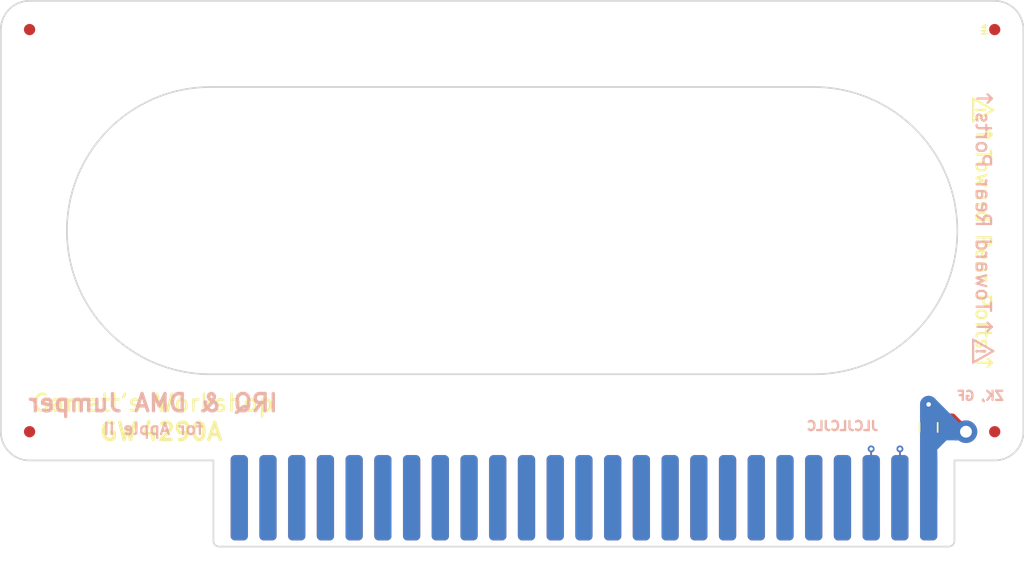
<source format=kicad_pcb>
(kicad_pcb (version 20171130) (host pcbnew "(5.1.2-1)-1")

  (general
    (thickness 1.6)
    (drawings 53)
    (tracks 20)
    (zones 0)
    (modules 10)
    (nets 49)
  )

  (page A4)
  (layers
    (0 F.Cu signal)
    (31 B.Cu signal)
    (32 B.Adhes user)
    (33 F.Adhes user)
    (34 B.Paste user)
    (35 F.Paste user)
    (36 B.SilkS user)
    (37 F.SilkS user)
    (38 B.Mask user)
    (39 F.Mask user)
    (40 Dwgs.User user)
    (41 Cmts.User user)
    (42 Eco1.User user)
    (43 Eco2.User user)
    (44 Edge.Cuts user)
    (45 Margin user)
    (46 B.CrtYd user)
    (47 F.CrtYd user)
    (48 B.Fab user)
    (49 F.Fab user)
  )

  (setup
    (last_trace_width 0.1524)
    (user_trace_width 0.2)
    (user_trace_width 0.254)
    (user_trace_width 0.508)
    (user_trace_width 0.762)
    (user_trace_width 1.27)
    (user_trace_width 1.524)
    (trace_clearance 0.1524)
    (zone_clearance 0.1524)
    (zone_45_only no)
    (trace_min 0.1524)
    (via_size 0.6)
    (via_drill 0.3)
    (via_min_size 0.4)
    (via_min_drill 0.3)
    (user_via 0.8 0.4)
    (user_via 1.524 0.762)
    (uvia_size 0.3)
    (uvia_drill 0.1)
    (uvias_allowed no)
    (uvia_min_size 0.2)
    (uvia_min_drill 0.1)
    (edge_width 0.15)
    (segment_width 0.1524)
    (pcb_text_width 0.3)
    (pcb_text_size 1.5 1.5)
    (mod_edge_width 0.15)
    (mod_text_size 1 1)
    (mod_text_width 0.15)
    (pad_size 2 2)
    (pad_drill 1.1)
    (pad_to_mask_clearance 0.0762)
    (solder_mask_min_width 0.127)
    (pad_to_paste_clearance -0.0381)
    (aux_axis_origin 0 0)
    (visible_elements FFFFFF7F)
    (pcbplotparams
      (layerselection 0x010f8_ffffffff)
      (usegerberextensions true)
      (usegerberattributes false)
      (usegerberadvancedattributes false)
      (creategerberjobfile false)
      (excludeedgelayer true)
      (linewidth 0.100000)
      (plotframeref false)
      (viasonmask false)
      (mode 1)
      (useauxorigin false)
      (hpglpennumber 1)
      (hpglpenspeed 20)
      (hpglpendiameter 15.000000)
      (psnegative false)
      (psa4output false)
      (plotreference true)
      (plotvalue true)
      (plotinvisibletext false)
      (padsonsilk false)
      (subtractmaskfromsilk true)
      (outputformat 1)
      (mirror false)
      (drillshape 0)
      (scaleselection 1)
      (outputdirectory "gerber/"))
  )

  (net 0 "")
  (net 1 +5V)
  (net 2 GND)
  (net 3 /A4)
  (net 4 /D7)
  (net 5 /D6)
  (net 6 /A8)
  (net 7 /A7)
  (net 8 /A6)
  (net 9 /A5)
  (net 10 /A3)
  (net 11 /A2)
  (net 12 /A1)
  (net 13 /A0)
  (net 14 /A9)
  (net 15 /D1)
  (net 16 /D5)
  (net 17 /D0)
  (net 18 /D2)
  (net 19 /D3)
  (net 20 /D4)
  (net 21 /A10)
  (net 22 +12V)
  (net 23 -12V)
  (net 24 -5V)
  (net 25 /~IOSEL~)
  (net 26 /A11)
  (net 27 /A12)
  (net 28 /A13)
  (net 29 /A14)
  (net 30 /A15)
  (net 31 /R~W~)
  (net 32 /~IOSTRB~)
  (net 33 /RDY)
  (net 34 /DMA)
  (net 35 /~NMI~)
  (net 36 /~IRQ~)
  (net 37 /~RES~)
  (net 38 /~INH~)
  (net 39 /COLORREF)
  (net 40 /7M)
  (net 41 /Q3)
  (net 42 /PHI1)
  (net 43 /USER1)
  (net 44 /PHI0)
  (net 45 /~DEVSEL~)
  (net 46 /INTin)
  (net 47 /DMAin)
  (net 48 /SYNC)

  (net_class Default "This is the default net class."
    (clearance 0.1524)
    (trace_width 0.1524)
    (via_dia 0.6)
    (via_drill 0.3)
    (uvia_dia 0.3)
    (uvia_drill 0.1)
    (add_net +12V)
    (add_net +5V)
    (add_net -12V)
    (add_net -5V)
    (add_net /7M)
    (add_net /A0)
    (add_net /A1)
    (add_net /A10)
    (add_net /A11)
    (add_net /A12)
    (add_net /A13)
    (add_net /A14)
    (add_net /A15)
    (add_net /A2)
    (add_net /A3)
    (add_net /A4)
    (add_net /A5)
    (add_net /A6)
    (add_net /A7)
    (add_net /A8)
    (add_net /A9)
    (add_net /COLORREF)
    (add_net /D0)
    (add_net /D1)
    (add_net /D2)
    (add_net /D3)
    (add_net /D4)
    (add_net /D5)
    (add_net /D6)
    (add_net /D7)
    (add_net /DMA)
    (add_net /DMAin)
    (add_net /INTin)
    (add_net /PHI0)
    (add_net /PHI1)
    (add_net /Q3)
    (add_net /RDY)
    (add_net /R~W~)
    (add_net /SYNC)
    (add_net /USER1)
    (add_net /~DEVSEL~)
    (add_net /~INH~)
    (add_net /~IOSEL~)
    (add_net /~IOSTRB~)
    (add_net /~IRQ~)
    (add_net /~NMI~)
    (add_net /~RES~)
    (add_net GND)
  )

  (module stdpads:Fiducial (layer F.Cu) (tedit 5CFD71CD) (tstamp 5D108842)
    (at 117.602 129.54)
    (descr "Circular Fiducial, 1mm bare copper top; 2mm keepout (Level A)")
    (tags marker)
    (path /5D3114E4)
    (attr smd)
    (fp_text reference FID1 (at 2.032 0) (layer F.SilkS) hide
      (effects (font (size 0.508 0.508) (thickness 0.127)))
    )
    (fp_text value Fiducial (at 0 2) (layer F.Fab) hide
      (effects (font (size 0.508 0.508) (thickness 0.127)))
    )
    (fp_circle (center 0 0) (end 1.25 0) (layer F.CrtYd) (width 0.05))
    (fp_text user %R (at 0 0) (layer F.Fab)
      (effects (font (size 0.4 0.4) (thickness 0.06)))
    )
    (fp_circle (center 0 0) (end 1 0) (layer F.Fab) (width 0.1))
    (pad ~ smd circle (at 0 0) (size 1 1) (layers F.Cu F.Mask)
      (solder_mask_margin 0.5) (clearance 0.575))
  )

  (module stdpads:Fiducial (layer F.Cu) (tedit 5CFD71CD) (tstamp 5D12A3EE)
    (at 32.258 93.98 180)
    (descr "Circular Fiducial, 1mm bare copper top; 2mm keepout (Level A)")
    (tags marker)
    (path /5D311D31)
    (attr smd)
    (fp_text reference FID3 (at 2.032 0) (layer F.SilkS) hide
      (effects (font (size 0.508 0.508) (thickness 0.127)))
    )
    (fp_text value Fiducial (at 0 2) (layer F.Fab) hide
      (effects (font (size 0.508 0.508) (thickness 0.127)))
    )
    (fp_circle (center 0 0) (end 1.25 0) (layer F.CrtYd) (width 0.05))
    (fp_text user %R (at 0 0) (layer F.Fab)
      (effects (font (size 0.4 0.4) (thickness 0.06)))
    )
    (fp_circle (center 0 0) (end 1 0) (layer F.Fab) (width 0.1))
    (pad ~ smd circle (at 0 0 180) (size 1 1) (layers F.Cu F.Mask)
      (solder_mask_margin 0.5) (clearance 0.575))
  )

  (module stdpads:Fiducial (layer F.Cu) (tedit 5CFD71CD) (tstamp 5D12A2CE)
    (at 32.258 129.54 180)
    (descr "Circular Fiducial, 1mm bare copper top; 2mm keepout (Level A)")
    (tags marker)
    (path /5D31197E)
    (attr smd)
    (fp_text reference FID2 (at 2.032 0) (layer F.SilkS) hide
      (effects (font (size 0.508 0.508) (thickness 0.127)))
    )
    (fp_text value Fiducial (at 0 2) (layer F.Fab) hide
      (effects (font (size 0.508 0.508) (thickness 0.127)))
    )
    (fp_circle (center 0 0) (end 1.25 0) (layer F.CrtYd) (width 0.05))
    (fp_text user %R (at 0 0) (layer F.Fab)
      (effects (font (size 0.4 0.4) (thickness 0.06)))
    )
    (fp_circle (center 0 0) (end 1 0) (layer F.Fab) (width 0.1))
    (pad ~ smd circle (at 0 0 180) (size 1 1) (layers F.Cu F.Mask)
      (solder_mask_margin 0.5) (clearance 0.575))
  )

  (module stdpads:Fiducial (layer F.Cu) (tedit 5CFD71CD) (tstamp 5D1079C0)
    (at 117.602 93.98 270)
    (descr "Circular Fiducial, 1mm bare copper top; 2mm keepout (Level A)")
    (tags marker)
    (path /5D3119FB)
    (attr smd)
    (fp_text reference FID4 (at 0 -1.6 90) (layer F.SilkS) hide
      (effects (font (size 0.508 0.508) (thickness 0.127)))
    )
    (fp_text value Fiducial (at 0 2 90) (layer F.Fab) hide
      (effects (font (size 0.508 0.508) (thickness 0.127)))
    )
    (fp_circle (center 0 0) (end 1.25 0) (layer F.CrtYd) (width 0.05))
    (fp_text user %R (at 0 0 90) (layer F.Fab)
      (effects (font (size 0.4 0.4) (thickness 0.06)))
    )
    (fp_circle (center 0 0) (end 1 0) (layer F.Fab) (width 0.1))
    (pad ~ smd circle (at 0 0 270) (size 1 1) (layers F.Cu F.Mask)
      (solder_mask_margin 0.5) (clearance 0.575))
  )

  (module stdpads:AppleIIBus_Edge (layer F.Cu) (tedit 5CFDB600) (tstamp 5C29ECF2)
    (at 81.28 135.382)
    (path /5CFC517D)
    (attr virtual)
    (fp_text reference J1 (at 25.4 -5.08) (layer F.SilkS) hide
      (effects (font (size 1 1) (thickness 0.15)))
    )
    (fp_text value AppleIIBus (at 0 5.207) (layer F.Fab)
      (effects (font (size 0.8128 0.8128) (thickness 0.1524)))
    )
    (fp_line (start -32.512 4.318) (end -32.512 -3.81) (layer B.Fab) (width 0.127))
    (fp_line (start 32.512 4.318) (end -32.512 4.318) (layer B.Fab) (width 0.127))
    (fp_line (start 32.512 -3.81) (end 32.512 4.318) (layer F.Fab) (width 0.127))
    (fp_line (start 32.512 4.318) (end -32.512 4.318) (layer F.Fab) (width 0.127))
    (fp_line (start -32.512 4.318) (end -32.512 -3.81) (layer F.Fab) (width 0.127))
    (fp_line (start 32.512 -3.81) (end 32.512 4.318) (layer B.Fab) (width 0.127))
    (fp_text user J1 (at 25.4 -5.08) (layer B.SilkS) hide
      (effects (font (size 1 1) (thickness 0.15)) (justify mirror))
    )
    (pad 26 smd roundrect (at 30.48 0 180) (size 1.524 7.54) (layers B.Cu B.Mask) (roundrect_rratio 0.25)
      (net 2 GND))
    (pad 27 smd roundrect (at 27.94 0 180) (size 1.524 7.54) (layers B.Cu B.Mask) (roundrect_rratio 0.25)
      (net 47 /DMAin))
    (pad 28 smd roundrect (at 25.4 0 180) (size 1.524 7.54) (layers B.Cu B.Mask) (roundrect_rratio 0.25)
      (net 46 /INTin))
    (pad 50 smd roundrect (at -30.48 0 180) (size 1.524 7.54) (layers B.Cu B.Mask) (roundrect_rratio 0.25)
      (net 22 +12V))
    (pad 49 smd roundrect (at -27.94 0 180) (size 1.524 7.54) (layers B.Cu B.Mask) (roundrect_rratio 0.25)
      (net 17 /D0))
    (pad 48 smd roundrect (at -25.4 0 180) (size 1.524 7.54) (layers B.Cu B.Mask) (roundrect_rratio 0.25)
      (net 15 /D1))
    (pad 47 smd roundrect (at -22.86 0 180) (size 1.524 7.54) (layers B.Cu B.Mask) (roundrect_rratio 0.25)
      (net 18 /D2))
    (pad 46 smd roundrect (at -20.32 0 180) (size 1.524 7.54) (layers B.Cu B.Mask) (roundrect_rratio 0.25)
      (net 19 /D3))
    (pad 45 smd roundrect (at -17.78 0 180) (size 1.524 7.54) (layers B.Cu B.Mask) (roundrect_rratio 0.25)
      (net 20 /D4))
    (pad 44 smd roundrect (at -15.24 0 180) (size 1.524 7.54) (layers B.Cu B.Mask) (roundrect_rratio 0.25)
      (net 16 /D5))
    (pad 43 smd roundrect (at -12.7 0 180) (size 1.524 7.54) (layers B.Cu B.Mask) (roundrect_rratio 0.25)
      (net 5 /D6))
    (pad 42 smd roundrect (at -10.16 0 180) (size 1.524 7.54) (layers B.Cu B.Mask) (roundrect_rratio 0.25)
      (net 4 /D7))
    (pad 41 smd roundrect (at -7.62 0 180) (size 1.524 7.54) (layers B.Cu B.Mask) (roundrect_rratio 0.25)
      (net 45 /~DEVSEL~))
    (pad 40 smd roundrect (at -5.08 0 180) (size 1.524 7.54) (layers B.Cu B.Mask) (roundrect_rratio 0.25)
      (net 44 /PHI0))
    (pad 39 smd roundrect (at -2.54 0 180) (size 1.524 7.54) (layers B.Cu B.Mask) (roundrect_rratio 0.25)
      (net 43 /USER1))
    (pad 38 smd roundrect (at 0 0 180) (size 1.524 7.54) (layers B.Cu B.Mask) (roundrect_rratio 0.25)
      (net 42 /PHI1))
    (pad 37 smd roundrect (at 2.54 0 180) (size 1.524 7.54) (layers B.Cu B.Mask) (roundrect_rratio 0.25)
      (net 41 /Q3))
    (pad 36 smd roundrect (at 5.08 0 180) (size 1.524 7.54) (layers B.Cu B.Mask) (roundrect_rratio 0.25)
      (net 40 /7M))
    (pad 35 smd roundrect (at 7.62 0 180) (size 1.524 7.54) (layers B.Cu B.Mask) (roundrect_rratio 0.25)
      (net 39 /COLORREF))
    (pad 34 smd roundrect (at 10.16 0 180) (size 1.524 7.54) (layers B.Cu B.Mask) (roundrect_rratio 0.25)
      (net 24 -5V))
    (pad 33 smd roundrect (at 12.7 0 180) (size 1.524 7.54) (layers B.Cu B.Mask) (roundrect_rratio 0.25)
      (net 23 -12V))
    (pad 32 smd roundrect (at 15.24 0 180) (size 1.524 7.54) (layers B.Cu B.Mask) (roundrect_rratio 0.25)
      (net 38 /~INH~))
    (pad 31 smd roundrect (at 17.78 0 180) (size 1.524 7.54) (layers B.Cu B.Mask) (roundrect_rratio 0.25)
      (net 37 /~RES~))
    (pad 30 smd roundrect (at 20.32 0 180) (size 1.524 7.54) (layers B.Cu B.Mask) (roundrect_rratio 0.25)
      (net 36 /~IRQ~))
    (pad 29 smd roundrect (at 22.86 0 180) (size 1.524 7.54) (layers B.Cu B.Mask) (roundrect_rratio 0.25)
      (net 35 /~NMI~))
    (pad 25 smd roundrect (at 30.48 0 180) (size 1.524 7.54) (layers F.Cu F.Mask) (roundrect_rratio 0.25)
      (net 1 +5V))
    (pad 24 smd roundrect (at 27.94 0 180) (size 1.524 7.54) (layers F.Cu F.Mask) (roundrect_rratio 0.25)
      (net 47 /DMAin))
    (pad 23 smd roundrect (at 25.4 0 180) (size 1.524 7.54) (layers F.Cu F.Mask) (roundrect_rratio 0.25)
      (net 46 /INTin))
    (pad 22 smd roundrect (at 22.86 0 180) (size 1.524 7.54) (layers F.Cu F.Mask) (roundrect_rratio 0.25)
      (net 34 /DMA))
    (pad 21 smd roundrect (at 20.32 0 180) (size 1.524 7.54) (layers F.Cu F.Mask) (roundrect_rratio 0.25)
      (net 33 /RDY))
    (pad 20 smd roundrect (at 17.78 0 180) (size 1.524 7.54) (layers F.Cu F.Mask) (roundrect_rratio 0.25)
      (net 32 /~IOSTRB~))
    (pad 19 smd roundrect (at 15.24 0 180) (size 1.524 7.54) (layers F.Cu F.Mask) (roundrect_rratio 0.25)
      (net 48 /SYNC))
    (pad 18 smd roundrect (at 12.7 0 180) (size 1.524 7.54) (layers F.Cu F.Mask) (roundrect_rratio 0.25)
      (net 31 /R~W~))
    (pad 17 smd roundrect (at 10.16 0 180) (size 1.524 7.54) (layers F.Cu F.Mask) (roundrect_rratio 0.25)
      (net 30 /A15))
    (pad 16 smd roundrect (at 7.62 0 180) (size 1.524 7.54) (layers F.Cu F.Mask) (roundrect_rratio 0.25)
      (net 29 /A14))
    (pad 15 smd roundrect (at 5.08 0 180) (size 1.524 7.54) (layers F.Cu F.Mask) (roundrect_rratio 0.25)
      (net 28 /A13))
    (pad 14 smd roundrect (at 2.54 0 180) (size 1.524 7.54) (layers F.Cu F.Mask) (roundrect_rratio 0.25)
      (net 27 /A12))
    (pad 13 smd roundrect (at 0 0 180) (size 1.524 7.54) (layers F.Cu F.Mask) (roundrect_rratio 0.25)
      (net 26 /A11))
    (pad 12 smd roundrect (at -2.54 0 180) (size 1.524 7.54) (layers F.Cu F.Mask) (roundrect_rratio 0.25)
      (net 21 /A10))
    (pad 11 smd roundrect (at -5.08 0 180) (size 1.524 7.54) (layers F.Cu F.Mask) (roundrect_rratio 0.25)
      (net 14 /A9))
    (pad 10 smd roundrect (at -7.62 0 180) (size 1.524 7.54) (layers F.Cu F.Mask) (roundrect_rratio 0.25)
      (net 6 /A8))
    (pad 9 smd roundrect (at -10.16 0 180) (size 1.524 7.54) (layers F.Cu F.Mask) (roundrect_rratio 0.25)
      (net 7 /A7))
    (pad 8 smd roundrect (at -12.7 0 180) (size 1.524 7.54) (layers F.Cu F.Mask) (roundrect_rratio 0.25)
      (net 8 /A6))
    (pad 7 smd roundrect (at -15.24 0 180) (size 1.524 7.54) (layers F.Cu F.Mask) (roundrect_rratio 0.25)
      (net 9 /A5))
    (pad 6 smd roundrect (at -17.78 0 180) (size 1.524 7.54) (layers F.Cu F.Mask) (roundrect_rratio 0.25)
      (net 3 /A4))
    (pad 5 smd roundrect (at -20.32 0 180) (size 1.524 7.54) (layers F.Cu F.Mask) (roundrect_rratio 0.25)
      (net 10 /A3))
    (pad 4 smd roundrect (at -22.86 0 180) (size 1.524 7.54) (layers F.Cu F.Mask) (roundrect_rratio 0.25)
      (net 11 /A2))
    (pad 3 smd roundrect (at -25.4 0 180) (size 1.524 7.54) (layers F.Cu F.Mask) (roundrect_rratio 0.25)
      (net 12 /A1))
    (pad 2 smd roundrect (at -27.94 0 180) (size 1.524 7.54) (layers F.Cu F.Mask) (roundrect_rratio 0.25)
      (net 13 /A0))
    (pad 1 smd roundrect (at -30.48 0 180) (size 1.524 7.54) (layers F.Cu F.Mask) (roundrect_rratio 0.25)
      (net 25 /~IOSEL~))
  )

  (module stdpads:C_0805 (layer F.Cu) (tedit 5CC26793) (tstamp 5D0D7D55)
    (at 111.76 129.159 90)
    (tags capacitor)
    (path /5D136B08)
    (attr smd)
    (fp_text reference C1 (at 0 -1.5 90) (layer F.SilkS) hide
      (effects (font (size 0.8128 0.8128) (thickness 0.1524)))
    )
    (fp_text value 100n (at 0 0.9 90) (layer F.Fab) hide
      (effects (font (size 0.127 0.127) (thickness 0.03175)))
    )
    (fp_text user %R (at 0 0) (layer F.Fab)
      (effects (font (size 0.254 0.254) (thickness 0.0635)))
    )
    (fp_line (start 1.7 1) (end -1.7 1) (layer F.CrtYd) (width 0.05))
    (fp_line (start 1.7 -1) (end 1.7 1) (layer F.CrtYd) (width 0.05))
    (fp_line (start -1.7 -1) (end 1.7 -1) (layer F.CrtYd) (width 0.05))
    (fp_line (start -1.7 1) (end -1.7 -1) (layer F.CrtYd) (width 0.05))
    (fp_line (start -0.4064 0.8) (end 0.4064 0.8) (layer F.SilkS) (width 0.1524))
    (fp_line (start -0.4064 -0.8) (end 0.4064 -0.8) (layer F.SilkS) (width 0.1524))
    (fp_line (start 1 0.625) (end -1 0.625) (layer F.Fab) (width 0.15))
    (fp_line (start 1 -0.625) (end 1 0.625) (layer F.Fab) (width 0.15))
    (fp_line (start -1 -0.625) (end 1 -0.625) (layer F.Fab) (width 0.15))
    (fp_line (start -1 0.625) (end -1 -0.625) (layer F.Fab) (width 0.15))
    (pad 2 smd roundrect (at 0.85 0 90) (size 1.05 1.4) (layers F.Cu F.Paste F.Mask) (roundrect_rratio 0.25)
      (net 2 GND))
    (pad 1 smd roundrect (at -0.85 0 90) (size 1.05 1.4) (layers F.Cu F.Paste F.Mask) (roundrect_rratio 0.25)
      (net 1 +5V))
    (model ${KISYS3DMOD}/Capacitor_SMD.3dshapes/C_0805_2012Metric.wrl
      (at (xyz 0 0 0))
      (scale (xyz 1 1 1))
      (rotate (xyz 0 0 0))
    )
  )

  (module stdpads:PasteHole_1.05mm_PTH (layer F.Cu) (tedit 5CF5C271) (tstamp 5D12AE80)
    (at 115.062 129.54)
    (descr "Circular Fiducial, 1mm bare copper top; 2mm keepout (Level A)")
    (tags marker)
    (path /607FA433)
    (zone_connect 2)
    (attr virtual)
    (fp_text reference H1 (at 0 -1.6) (layer F.SilkS) hide
      (effects (font (size 0.508 0.508) (thickness 0.127)))
    )
    (fp_text value " " (at 0 2) (layer F.Fab) hide
      (effects (font (size 0.508 0.508) (thickness 0.127)))
    )
    (fp_circle (center 0 0) (end 1 0) (layer F.Fab) (width 0.1))
    (fp_text user %R (at 0 0) (layer F.Fab)
      (effects (font (size 0.4 0.4) (thickness 0.06)))
    )
    (fp_circle (center 0 0) (end 1.25 0) (layer F.CrtYd) (width 0.05))
    (pad 1 thru_hole circle (at 0 0) (size 2 2) (drill 1.05) (layers *.Cu *.Mask)
      (net 2 GND) (zone_connect 2))
  )

  (module stdpads:PasteHole_1.05mm_NPTH (layer F.Cu) (tedit 5CF5C267) (tstamp 5D12AE87)
    (at 34.798 129.54 180)
    (descr "Circular Fiducial, 1mm bare copper top; 2mm keepout (Level A)")
    (tags marker)
    (path /5D31360C)
    (attr virtual)
    (fp_text reference H2 (at 0 -1.651) (layer F.SilkS) hide
      (effects (font (size 0.508 0.508) (thickness 0.127)))
    )
    (fp_text value " " (at 0 2) (layer F.Fab) hide
      (effects (font (size 0.508 0.508) (thickness 0.127)))
    )
    (fp_circle (center 0 0) (end 1.25 0) (layer F.CrtYd) (width 0.05))
    (fp_text user %R (at 0 0) (layer F.Fab)
      (effects (font (size 0.4 0.4) (thickness 0.06)))
    )
    (fp_circle (center 0 0) (end 1 0) (layer F.Fab) (width 0.1))
    (pad "" np_thru_hole oval (at 0 0 180) (size 1.05 1.05) (drill 1.05) (layers *.Cu *.Mask))
  )

  (module stdpads:PasteHole_1.05mm_NPTH (layer F.Cu) (tedit 5CF5C267) (tstamp 5D12AE8E)
    (at 34.798 93.98 180)
    (descr "Circular Fiducial, 1mm bare copper top; 2mm keepout (Level A)")
    (tags marker)
    (path /5D313DFE)
    (attr virtual)
    (fp_text reference H3 (at 0 -1.651) (layer F.SilkS) hide
      (effects (font (size 0.508 0.508) (thickness 0.127)))
    )
    (fp_text value " " (at 0 2) (layer F.Fab) hide
      (effects (font (size 0.508 0.508) (thickness 0.127)))
    )
    (fp_circle (center 0 0) (end 1 0) (layer F.Fab) (width 0.1))
    (fp_text user %R (at 0 0) (layer F.Fab)
      (effects (font (size 0.4 0.4) (thickness 0.06)))
    )
    (fp_circle (center 0 0) (end 1.25 0) (layer F.CrtYd) (width 0.05))
    (pad "" np_thru_hole oval (at 0 0 180) (size 1.05 1.05) (drill 1.05) (layers *.Cu *.Mask))
  )

  (module stdpads:PasteHole_1.05mm_NPTH (layer F.Cu) (tedit 5CF5C267) (tstamp 5D12AE95)
    (at 115.062 93.98 270)
    (descr "Circular Fiducial, 1mm bare copper top; 2mm keepout (Level A)")
    (tags marker)
    (path /5D313E9D)
    (attr virtual)
    (fp_text reference H4 (at 0 -1.651 90) (layer F.SilkS)
      (effects (font (size 0.508 0.508) (thickness 0.127)))
    )
    (fp_text value " " (at 0 2 90) (layer F.Fab) hide
      (effects (font (size 0.508 0.508) (thickness 0.127)))
    )
    (fp_circle (center 0 0) (end 1.25 0) (layer F.CrtYd) (width 0.05))
    (fp_text user %R (at 0 0 90) (layer F.Fab)
      (effects (font (size 0.4 0.4) (thickness 0.06)))
    )
    (fp_circle (center 0 0) (end 1 0) (layer F.Fab) (width 0.1))
    (pad "" np_thru_hole oval (at 0 0 270) (size 1.05 1.05) (drill 1.05) (layers *.Cu *.Mask))
  )

  (gr_line (start 115.697 102.108) (end 117.475 101.092) (layer F.SilkS) (width 0.2) (tstamp 5D12B706))
  (gr_line (start 117.475 101.092) (end 115.697 100.076) (layer F.SilkS) (width 0.2) (tstamp 5D12B709))
  (gr_line (start 115.697 102.108) (end 115.697 100.076) (layer F.SilkS) (width 0.2) (tstamp 5D12B71E))
  (gr_line (start 115.697 121.393668) (end 115.697 123.425668) (layer B.SilkS) (width 0.2) (tstamp 5D12B721))
  (gr_line (start 117.475 122.409668) (end 115.697 123.425668) (layer B.SilkS) (width 0.2) (tstamp 5D12B718))
  (gr_line (start 115.697 121.393668) (end 117.475 122.409668) (layer B.SilkS) (width 0.2) (tstamp 5D12B71B))
  (gr_line (start 117.348 103.251) (end 116.078 103.251) (layer F.SilkS) (width 0.2) (tstamp 5D12B703))
  (gr_line (start 117.348 103.251) (end 116.967 103.632) (layer F.SilkS) (width 0.2) (tstamp 5D12B700))
  (gr_line (start 117.348 103.251) (end 116.967 102.87) (layer F.SilkS) (width 0.2) (tstamp 5D12B70C))
  (gr_line (start 117.348 123.444) (end 116.967 123.063) (layer F.SilkS) (width 0.2) (tstamp 5D12B6FD))
  (gr_line (start 117.348 123.444) (end 116.078 123.444) (layer F.SilkS) (width 0.2) (tstamp 5D12B70F))
  (gr_line (start 117.348 123.444) (end 116.967 123.825) (layer F.SilkS) (width 0.2) (tstamp 5D12B727))
  (gr_line (start 117.348 100.076) (end 116.078 100.076) (layer B.SilkS) (width 0.2) (tstamp 5D12B72A))
  (gr_line (start 117.348 100.076) (end 116.967 99.695) (layer B.SilkS) (width 0.2) (tstamp 5D12B712))
  (gr_line (start 117.348 100.076) (end 116.967 100.457) (layer B.SilkS) (width 0.2) (tstamp 5D12B6FA))
  (gr_line (start 117.348 120.269) (end 116.967 120.65) (layer B.SilkS) (width 0.2) (tstamp 5D12B724))
  (gr_line (start 117.348 120.269) (end 116.078 120.269) (layer B.SilkS) (width 0.2) (tstamp 5D12B6F7))
  (gr_line (start 117.348 120.269) (end 116.967 119.888) (layer B.SilkS) (width 0.2) (tstamp 5D12B715))
  (gr_text ! (at 116.332 122.428 270) (layer B.SilkS) (tstamp 5D12B733)
    (effects (font (size 0.762 0.762) (thickness 0.1905)) (justify mirror))
  )
  (gr_text "Toward Rear Ports" (at 116.586 110.109 270) (layer B.SilkS) (tstamp 5D12B72D)
    (effects (font (size 1.27 1.27) (thickness 0.2)) (justify mirror))
  )
  (gr_text "Toward Rear Ports" (at 116.586 113.411 270) (layer F.SilkS) (tstamp 5D12B730)
    (effects (font (size 1.27 1.27) (thickness 0.2)))
  )
  (gr_text ! (at 116.332 101.092 270) (layer F.SilkS) (tstamp 5D12B736)
    (effects (font (size 0.762 0.762) (thickness 0.1905)))
  )
  (gr_arc (start 32.258 93.98) (end 32.258 91.948) (angle -90) (layer Dwgs.User) (width 0.01) (tstamp 5D12A3FC))
  (gr_arc (start 32.258 129.54) (end 30.226 129.54) (angle -90) (layer Dwgs.User) (width 0.01) (tstamp 5D12A2DC))
  (gr_arc (start 32.258 129.54) (end 29.718 129.54) (angle -90) (layer Edge.Cuts) (width 0.15) (tstamp 5D129F74))
  (gr_line (start 32.258 132.08) (end 48.514 132.08) (layer Edge.Cuts) (width 0.15) (tstamp 5D129F76))
  (gr_text JLCJLCJLC (at 104.14 129.032) (layer B.SilkS)
    (effects (font (size 0.8128 0.8128) (thickness 0.2032)) (justify mirror))
  )
  (gr_line (start 101.6 124.46) (end 48.26 124.46) (layer Edge.Cuts) (width 0.15) (tstamp 5D129E51))
  (gr_line (start 32.258 91.44) (end 117.602 91.44) (layer Edge.Cuts) (width 0.15))
  (gr_arc (start 32.258 93.98) (end 32.258 91.44) (angle -90) (layer Edge.Cuts) (width 0.15) (tstamp 5D12A0C2))
  (gr_line (start 29.718 129.54) (end 29.718 93.98) (layer Edge.Cuts) (width 0.15) (tstamp 5D12A0B9))
  (gr_line (start 101.6 99.06) (end 48.26 99.06) (layer Edge.Cuts) (width 0.15) (tstamp 5D129E52))
  (gr_arc (start 48.26 111.76) (end 48.26 99.06) (angle -180) (layer Edge.Cuts) (width 0.15) (tstamp 5D129D79))
  (gr_arc (start 101.6 111.76) (end 101.6 124.46) (angle -180) (layer Edge.Cuts) (width 0.15))
  (gr_arc (start 117.602 93.98) (end 120.142 93.98) (angle -90) (layer Edge.Cuts) (width 0.15) (tstamp 5D10DD66))
  (gr_arc (start 117.602 93.98) (end 119.634 93.98) (angle -90) (layer Dwgs.User) (width 0.01) (tstamp 5D10DD63))
  (gr_poly (pts (xy 114.3 139.446) (xy 113.792 139.954) (xy 48.768 139.954) (xy 48.26 139.446) (xy 48.26 132.08) (xy 114.3 132.08)) (layer F.Mask) (width 0) (tstamp 5D092D99))
  (gr_text "ZK, GF" (at 116.332 126.365) (layer B.SilkS) (tstamp 5CC365D3)
    (effects (font (size 0.8128 0.8128) (thickness 0.2032)) (justify mirror))
  )
  (gr_text GW (at 40.132 129.54) (layer F.SilkS) (tstamp 5D12B18C)
    (effects (font (size 1.524 1.524) (thickness 0.3)))
  )
  (gr_text "Garrett’s Workshop" (at 43.18 127) (layer F.SilkS) (tstamp 5D12B4C8)
    (effects (font (size 1.5 1.5) (thickness 0.225)))
  )
  (gr_text "for Apple II" (at 43.18 129.286) (layer B.SilkS) (tstamp 5D12B186)
    (effects (font (size 1.016 1.016) (thickness 0.2)) (justify mirror))
  )
  (gr_arc (start 117.602 129.54) (end 117.602 131.572) (angle -90) (layer Dwgs.User) (width 0.01) (tstamp 5CC94F7C))
  (gr_text "IRQ & DMA Jumper" (at 43.18 127) (layer B.SilkS) (tstamp 5D12B183)
    (effects (font (size 1.524 1.524) (thickness 0.3)) (justify mirror))
  )
  (gr_arc (start 117.602 129.54) (end 117.602 132.08) (angle -90) (layer Edge.Cuts) (width 0.15) (tstamp 5CC5979E))
  (gr_line (start 114.046 132.08) (end 114.046 139.192) (layer Edge.Cuts) (width 0.15))
  (gr_line (start 117.602 132.08) (end 114.046 132.08) (layer Edge.Cuts) (width 0.15))
  (gr_text 4290A (at 45.72 129.54) (layer F.SilkS) (tstamp 5D12B4A5)
    (effects (font (size 1.524 1.524) (thickness 0.3)))
  )
  (gr_line (start 48.514 132.08) (end 48.514 139.192) (layer Edge.Cuts) (width 0.15))
  (gr_poly (pts (xy 114.3 139.446) (xy 113.792 139.954) (xy 48.768 139.954) (xy 48.26 139.446) (xy 48.26 132.08) (xy 114.3 132.08)) (layer B.Mask) (width 0) (tstamp 5D092663))
  (gr_arc (start 113.538 139.192) (end 113.538 139.7) (angle -90) (layer Edge.Cuts) (width 0.15) (tstamp 5C630DB7))
  (gr_arc (start 49.022 139.192) (end 48.514 139.192) (angle -90) (layer Edge.Cuts) (width 0.15))
  (gr_line (start 120.142 129.54) (end 120.142 93.98) (angle 90) (layer Edge.Cuts) (width 0.15) (tstamp 5CC58824))
  (gr_line (start 113.538 139.7) (end 49.022 139.7) (layer Edge.Cuts) (width 0.15) (tstamp 5C29F479))

  (segment (start 111.76 135.382) (end 111.76 131.445) (width 1.524) (layer F.Cu) (net 1))
  (segment (start 111.76 131.445) (end 111.76 130.009) (width 0.762) (layer F.Cu) (net 1))
  (via (at 111.76 127.127) (size 0.8) (drill 0.4) (layers F.Cu B.Cu) (net 2))
  (segment (start 111.76 128.309) (end 111.76 127.127) (width 0.762) (layer F.Cu) (net 2))
  (segment (start 111.76 129.54) (end 111.76 127.127) (width 1.524) (layer B.Cu) (net 2) (tstamp 5D12B48D))
  (segment (start 111.76 128.309) (end 113.831 128.309) (width 0.762) (layer F.Cu) (net 2) (status 400000))
  (segment (start 113.831 128.309) (end 115.062 129.54) (width 0.762) (layer F.Cu) (net 2) (tstamp 5D12B0E8) (status 800000))
  (segment (start 111.76 127.127) (end 114.173 129.54) (width 1.524) (layer B.Cu) (net 2) (status 800000))
  (segment (start 114.173 129.54) (end 115.062 129.54) (width 1.524) (layer B.Cu) (net 2) (tstamp 5D12B488) (status C00000))
  (segment (start 111.76 135.382) (end 111.76 130.81) (width 1.524) (layer B.Cu) (net 2))
  (segment (start 111.76 130.81) (end 113.03 129.54) (width 1.524) (layer B.Cu) (net 2))
  (segment (start 113.03 129.54) (end 111.76 129.54) (width 1.524) (layer B.Cu) (net 2))
  (segment (start 115.062 129.54) (end 113.03 129.54) (width 1.524) (layer B.Cu) (net 2))
  (segment (start 111.76 130.81) (end 111.76 129.54) (width 1.524) (layer B.Cu) (net 2))
  (segment (start 106.68 135.382) (end 106.68 131.064) (width 0.1524) (layer B.Cu) (net 46))
  (via (at 106.68 131.064) (size 0.6) (drill 0.3) (layers F.Cu B.Cu) (net 46))
  (segment (start 106.68 131.064) (end 106.68 135.382) (width 0.1524) (layer F.Cu) (net 46))
  (via (at 109.22 131.064) (size 0.6) (drill 0.3) (layers F.Cu B.Cu) (net 47))
  (segment (start 109.22 135.382) (end 109.22 131.064) (width 0.1524) (layer B.Cu) (net 47))
  (segment (start 109.22 131.064) (end 109.22 135.382) (width 0.1524) (layer F.Cu) (net 47))

)

</source>
